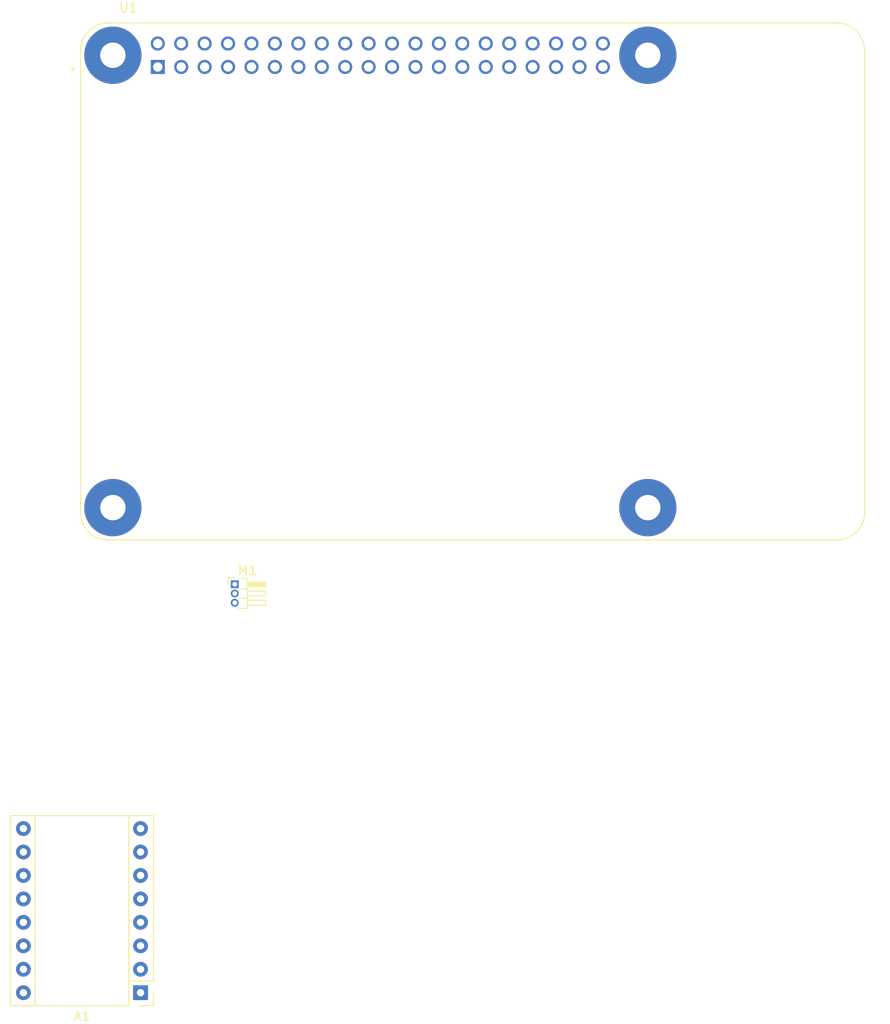
<source format=kicad_pcb>
(kicad_pcb (version 20241229) (generator "pcbnew") (generator_version "9.0")
  (layers (0 "F.Cu" signal) (2 "B.Cu" signal) (13 "F.Paste" user) (15 "B.Paste" user) (5 "F.SilkS" user "F.Silkscreen") (7 "B.SilkS" user "B.Silkscreen") (1 "F.Mask" user) (3 "B.Mask" user) (25 "Edge.Cuts" user))
  (net 0 "")
  (net 7 "Net-(A1-~{RESET})")
  (net 8 "+5V")
  (net 15 "GND")
  (net 16 "Net-(M1-PWM)")
  (net 31 "Net-(U1-SHIELD-PadS1)")
  (net 37 "+3V3")
  (footprint "Module:Pololu_Breakout-16_15.2x20.3mm" (layer "F.Cu") (at 97 151.54 180)
    (property "Reference" "A1" (at 6.35 -2.54 0) (layer "F.SilkS"))
    (property "Value" "Pololu_Breakout_A4988")
    (fp_line (start 14.1 19.18) (end 14.1 -1.4) (stroke (width 0.12)) (layer "F.SilkS"))
    (fp_line (start 14.1 -1.4) (end 1.27 -1.4) (stroke (width 0.12)) (layer "F.SilkS"))
    (fp_line (start 11.43 -1.4) (end 11.43 19.18) (stroke (width 0.12)) (layer "F.SilkS"))
    (fp_line (start 1.27 1.27) (end 1.27 19.18) (stroke (width 0.12)) (layer "F.SilkS"))
    (fp_line (start 1.27 1.27) (end -1.4 1.27) (stroke (width 0.12)) (layer "F.SilkS"))
    (fp_line (start 1.27 -1.4) (end 1.27 1.27) (stroke (width 0.12)) (layer "F.SilkS"))
    (fp_line (start 0 -1.4) (end -1.4 -1.4) (stroke (width 0.12)) (layer "F.SilkS"))
    (fp_line (start -1.4 19.18) (end 14.1 19.18) (stroke (width 0.12)) (layer "F.SilkS"))
    (fp_line (start -1.4 1.27) (end -1.4 19.18) (stroke (width 0.12)) (layer "F.SilkS"))
    (fp_line (start -1.4 -1.4) (end -1.4 0) (stroke (width 0.12)) (layer "F.SilkS"))
    (pad "1" thru_hole rect (at 0 0 180) (size 1.6 1.6) (drill 0.8) (layers "*.Cu" "*.Mask") (net 15 "GND"))
    (pad "2" thru_hole oval (at 0 2.54 180) (size 1.6 1.6) (drill 0.8) (layers "*.Cu" "*.Mask") (net 8 "+5V"))
    (pad "3" thru_hole oval (at 0 5.08 180) (size 1.6 1.6) (drill 0.8) (layers "*.Cu" "*.Mask"))
    (pad "4" thru_hole oval (at 0 7.62 180) (size 1.6 1.6) (drill 0.8) (layers "*.Cu" "*.Mask"))
    (pad "5" thru_hole oval (at 0 10.16 180) (size 1.6 1.6) (drill 0.8) (layers "*.Cu" "*.Mask"))
    (pad "6" thru_hole oval (at 0 12.7 180) (size 1.6 1.6) (drill 0.8) (layers "*.Cu" "*.Mask"))
    (pad "7" thru_hole oval (at 0 15.24 180) (size 1.6 1.6) (drill 0.8) (layers "*.Cu" "*.Mask"))
    (pad "8" thru_hole oval (at 0 17.78 180) (size 1.6 1.6) (drill 0.8) (layers "*.Cu" "*.Mask"))
    (pad "9" thru_hole oval (at 12.7 17.78 180) (size 1.6 1.6) (drill 0.8) (layers "*.Cu" "*.Mask"))
    (pad "10" thru_hole oval (at 12.7 15.24 180) (size 1.6 1.6) (drill 0.8) (layers "*.Cu" "*.Mask"))
    (pad "11" thru_hole oval (at 12.7 12.7 180) (size 1.6 1.6) (drill 0.8) (layers "*.Cu" "*.Mask"))
    (pad "12" thru_hole oval (at 12.7 10.16 180) (size 1.6 1.6) (drill 0.8) (layers "*.Cu" "*.Mask"))
    (pad "13" thru_hole oval (at 12.7 7.62 180) (size 1.6 1.6) (drill 0.8) (layers "*.Cu" "*.Mask") (net 7 "Net-(A1-~{RESET})"))
    (pad "14" thru_hole oval (at 12.7 5.08 180) (size 1.6 1.6) (drill 0.8) (layers "*.Cu" "*.Mask") (net 7 "Net-(A1-~{RESET})"))
    (pad "15" thru_hole oval (at 12.7 2.54 180) (size 1.6 1.6) (drill 0.8) (layers "*.Cu" "*.Mask"))
    (pad "16" thru_hole oval (at 12.7 0 180) (size 1.6 1.6) (drill 0.8) (layers "*.Cu" "*.Mask"))
  )
  (footprint "Connector_PinHeader_1.00mm:PinHeader_1x03_P1.00mm_Horizontal" (layer "F.Cu") (at 107.215 107.3)
    (property "Reference" "M1" (at 1.375 -1.5 0) (layer "F.SilkS"))
    (property "Value" "Motor_Servo")
    (fp_line (start -0.735 -0.735) (end 0 -0.735) (stroke (width 0.12)) (layer "F.SilkS"))
    (fp_line (start -0.735 0) (end -0.735 -0.735) (stroke (width 0.12)) (layer "F.SilkS"))
    (fp_line (start 0.538725 1.5) (end 1.36 1.5) (stroke (width 0.12)) (layer "F.SilkS"))
    (fp_line (start 0.735 -0.61) (end 1.36 -0.61) (stroke (width 0.12)) (layer "F.SilkS"))
    (fp_line (start 0.735 0.5) (end 1.36 0.5) (stroke (width 0.12)) (layer "F.SilkS"))
    (fp_line (start 1.36 -0.61) (end 1.36 2.61) (stroke (width 0.12)) (layer "F.SilkS"))
    (fp_line (start 1.36 0.74) (end 3.36 0.74) (stroke (width 0.12)) (layer "F.SilkS"))
    (fp_line (start 1.36 1.74) (end 3.36 1.74) (stroke (width 0.12)) (layer "F.SilkS"))
    (fp_line (start 1.36 2.61) (end 0.41003 2.61) (stroke (width 0.12)) (layer "F.SilkS"))
    (fp_line (start 3.36 0.74) (end 3.36 1.26) (stroke (width 0.12)) (layer "F.SilkS"))
    (fp_line (start 3.36 1.26) (end 1.36 1.26) (stroke (width 0.12)) (layer "F.SilkS"))
    (fp_line (start 3.36 1.74) (end 3.36 2.26) (stroke (width 0.12)) (layer "F.SilkS"))
    (fp_line (start 3.36 2.26) (end 1.36 2.26) (stroke (width 0.12)) (layer "F.SilkS"))
    (fp_rect (start 1.36 -0.26) (end 3.36 0.26) (stroke (width 0.12)) (fill yes) (layer "F.SilkS"))
    (pad "1" thru_hole rect (at 0 0) (size 0.85 0.85) (drill 0.5) (layers "*.Cu" "*.Mask") (net 16 "Net-(M1-PWM)"))
    (pad "2" thru_hole circle (at 0 1) (size 0.85 0.85) (drill 0.5) (layers "*.Cu" "*.Mask") (net 8 "+5V"))
    (pad "3" thru_hole circle (at 0 2) (size 0.85 0.85) (drill 0.5) (layers "*.Cu" "*.Mask") (net 15 "GND"))
  )
  (footprint "SC0194_9:MODULE_SC0194_9_" (layer "F.Cu") (at 133 74.5)
    (property "Reference" "U1" (at -37.325 -29.635 0) (layer "F.SilkS"))
    (property "Value" "SC0194_9_")
    (fp_line (start -42.5 -25) (end -42.5 25) (stroke (width 0.127)) (layer "F.SilkS"))
    (fp_line (start -39.5 28) (end 39.5 28) (stroke (width 0.127)) (layer "F.SilkS"))
    (fp_line (start 39.5 -28) (end -39.5 -28) (stroke (width 0.127)) (layer "F.SilkS"))
    (fp_line (start 42.5 25) (end 42.5 -25) (stroke (width 0.127)) (layer "F.SilkS"))
    (fp_arc (start -42.5 -25) (mid -41.62132 -27.12132) (end -39.5 -28) (stroke (width 0.127)) (layer "F.SilkS"))
    (fp_arc (start -39.5 28) (mid -41.62132 27.12132) (end -42.5 25) (stroke (width 0.127)) (layer "F.SilkS"))
    (fp_arc (start 39.5 -28) (mid 41.62132 -27.12132) (end 42.5 -25) (stroke (width 0.127)) (layer "F.SilkS"))
    (fp_arc (start 42.5 25) (mid 41.62132 27.12132) (end 39.5 28) (stroke (width 0.127)) (layer "F.SilkS"))
    (fp_circle (center -43.4 -23) (end -43.3 -23) (stroke (width 0.2)) (fill no) (layer "F.SilkS"))
    (pad "1" thru_hole rect (at -34.13 -23.23) (size 1.524 1.524) (drill 1.016) (layers "*.Cu" "*.Mask") (net 37 "+3V3"))
    (pad "2" thru_hole circle (at -34.13 -25.77) (size 1.524 1.524) (drill 1.016) (layers "*.Cu" "*.Mask") (net 8 "+5V"))
    (pad "3" thru_hole circle (at -31.59 -23.23) (size 1.524 1.524) (drill 1.016) (layers "*.Cu" "*.Mask"))
    (pad "4" thru_hole circle (at -31.59 -25.77) (size 1.524 1.524) (drill 1.016) (layers "*.Cu" "*.Mask") (net 8 "+5V"))
    (pad "5" thru_hole circle (at -29.05 -23.23) (size 1.524 1.524) (drill 1.016) (layers "*.Cu" "*.Mask"))
    (pad "6" thru_hole circle (at -29.05 -25.77) (size 1.524 1.524) (drill 1.016) (layers "*.Cu" "*.Mask") (net 15 "GND"))
    (pad "7" thru_hole circle (at -26.51 -23.23) (size 1.524 1.524) (drill 1.016) (layers "*.Cu" "*.Mask"))
    (pad "8" thru_hole circle (at -26.51 -25.77) (size 1.524 1.524) (drill 1.016) (layers "*.Cu" "*.Mask") (net 16 "Net-(M1-PWM)"))
    (pad "9" thru_hole circle (at -23.97 -23.23) (size 1.524 1.524) (drill 1.016) (layers "*.Cu" "*.Mask") (net 15 "GND"))
    (pad "10" thru_hole circle (at -23.97 -25.77) (size 1.524 1.524) (drill 1.016) (layers "*.Cu" "*.Mask"))
    (pad "11" thru_hole circle (at -21.43 -23.23) (size 1.524 1.524) (drill 1.016) (layers "*.Cu" "*.Mask"))
    (pad "12" thru_hole circle (at -21.43 -25.77) (size 1.524 1.524) (drill 1.016) (layers "*.Cu" "*.Mask"))
    (pad "13" thru_hole circle (at -18.89 -23.23) (size 1.524 1.524) (drill 1.016) (layers "*.Cu" "*.Mask"))
    (pad "14" thru_hole circle (at -18.89 -25.77) (size 1.524 1.524) (drill 1.016) (layers "*.Cu" "*.Mask") (net 15 "GND"))
    (pad "15" thru_hole circle (at -16.35 -23.23) (size 1.524 1.524) (drill 1.016) (layers "*.Cu" "*.Mask"))
    (pad "16" thru_hole circle (at -16.35 -25.77) (size 1.524 1.524) (drill 1.016) (layers "*.Cu" "*.Mask"))
    (pad "17" thru_hole circle (at -13.81 -23.23) (size 1.524 1.524) (drill 1.016) (layers "*.Cu" "*.Mask") (net 37 "+3V3"))
    (pad "18" thru_hole circle (at -13.81 -25.77) (size 1.524 1.524) (drill 1.016) (layers "*.Cu" "*.Mask"))
    (pad "19" thru_hole circle (at -11.27 -23.23) (size 1.524 1.524) (drill 1.016) (layers "*.Cu" "*.Mask"))
    (pad "20" thru_hole circle (at -11.27 -25.77) (size 1.524 1.524) (drill 1.016) (layers "*.Cu" "*.Mask") (net 15 "GND"))
    (pad "21" thru_hole circle (at -8.73 -23.23) (size 1.524 1.524) (drill 1.016) (layers "*.Cu" "*.Mask"))
    (pad "22" thru_hole circle (at -8.73 -25.77) (size 1.524 1.524) (drill 1.016) (layers "*.Cu" "*.Mask"))
    (pad "23" thru_hole circle (at -6.19 -23.23) (size 1.524 1.524) (drill 1.016) (layers "*.Cu" "*.Mask"))
    (pad "24" thru_hole circle (at -6.19 -25.77) (size 1.524 1.524) (drill 1.016) (layers "*.Cu" "*.Mask"))
    (pad "25" thru_hole circle (at -3.65 -23.23) (size 1.524 1.524) (drill 1.016) (layers "*.Cu" "*.Mask") (net 15 "GND"))
    (pad "26" thru_hole circle (at -3.65 -25.77) (size 1.524 1.524) (drill 1.016) (layers "*.Cu" "*.Mask"))
    (pad "27" thru_hole circle (at -1.11 -23.23) (size 1.524 1.524) (drill 1.016) (layers "*.Cu" "*.Mask"))
    (pad "28" thru_hole circle (at -1.11 -25.77) (size 1.524 1.524) (drill 1.016) (layers "*.Cu" "*.Mask"))
    (pad "29" thru_hole circle (at 1.43 -23.23) (size 1.524 1.524) (drill 1.016) (layers "*.Cu" "*.Mask"))
    (pad "30" thru_hole circle (at 1.43 -25.77) (size 1.524 1.524) (drill 1.016) (layers "*.Cu" "*.Mask") (net 15 "GND"))
    (pad "31" thru_hole circle (at 3.97 -23.23) (size 1.524 1.524) (drill 1.016) (layers "*.Cu" "*.Mask"))
    (pad "32" thru_hole circle (at 3.97 -25.77) (size 1.524 1.524) (drill 1.016) (layers "*.Cu" "*.Mask"))
    (pad "33" thru_hole circle (at 6.51 -23.23) (size 1.524 1.524) (drill 1.016) (layers "*.Cu" "*.Mask"))
    (pad "34" thru_hole circle (at 6.51 -25.77) (size 1.524 1.524) (drill 1.016) (layers "*.Cu" "*.Mask") (net 15 "GND"))
    (pad "35" thru_hole circle (at 9.05 -23.23) (size 1.524 1.524) (drill 1.016) (layers "*.Cu" "*.Mask"))
    (pad "36" thru_hole circle (at 9.05 -25.77) (size 1.524 1.524) (drill 1.016) (layers "*.Cu" "*.Mask"))
    (pad "37" thru_hole circle (at 11.59 -23.23) (size 1.524 1.524) (drill 1.016) (layers "*.Cu" "*.Mask"))
    (pad "38" thru_hole circle (at 11.59 -25.77) (size 1.524 1.524) (drill 1.016) (layers "*.Cu" "*.Mask"))
    (pad "39" thru_hole circle (at 14.13 -23.23) (size 1.524 1.524) (drill 1.016) (layers "*.Cu" "*.Mask") (net 15 "GND"))
    (pad "40" thru_hole circle (at 14.13 -25.77) (size 1.524 1.524) (drill 1.016) (layers "*.Cu" "*.Mask"))
    (pad "S1" thru_hole circle (at -39 -24.5) (size 6.2 6.2) (drill 2.75) (layers "*.Cu" "*.Mask") (net 31 "Net-(U1-SHIELD-PadS1)"))
    (pad "S2" thru_hole circle (at 19 -24.5) (size 6.2 6.2) (drill 2.75) (layers "*.Cu" "*.Mask") (net 31 "Net-(U1-SHIELD-PadS1)"))
    (pad "S3" thru_hole circle (at 19 24.5) (size 6.2 6.2) (drill 2.75) (layers "*.Cu" "*.Mask") (net 31 "Net-(U1-SHIELD-PadS1)"))
    (pad "S4" thru_hole circle (at -39 24.5) (size 6.2 6.2) (drill 2.75) (layers "*.Cu" "*.Mask") (net 31 "Net-(U1-SHIELD-PadS1)"))
  )
)
</source>
